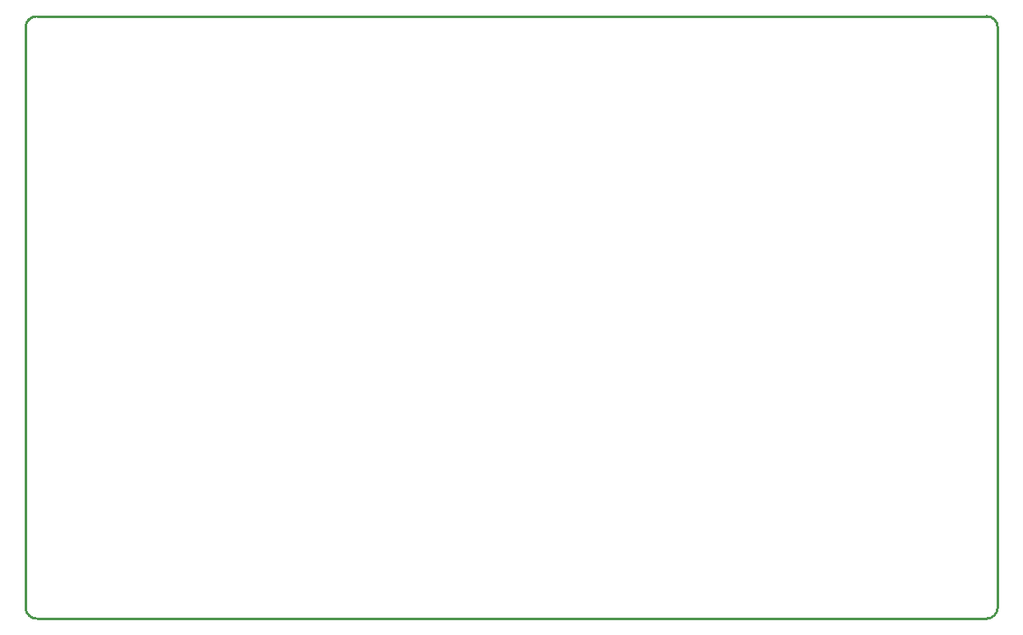
<source format=gko>
G04 Layer_Color=16720538*
%FSLAX25Y25*%
%MOIN*%
G70*
G01*
G75*
%ADD48C,0.01000*%
D48*
X1712500Y912000D02*
G03*
X1717000Y907500I4500J0D01*
G01*
X2101701D02*
G03*
X2106201Y912000I0J4500D01*
G01*
Y1147095D02*
G03*
X2101701Y1151595I-4500J0D01*
G01*
X1717000D02*
G03*
X1712500Y1147095I0J-4500D01*
G01*
X1717000Y907500D02*
X2101701D01*
X2106201Y912000D02*
Y1147095D01*
X1717000Y1151595D02*
X2101701D01*
X1712500Y912000D02*
Y1147095D01*
M02*

</source>
